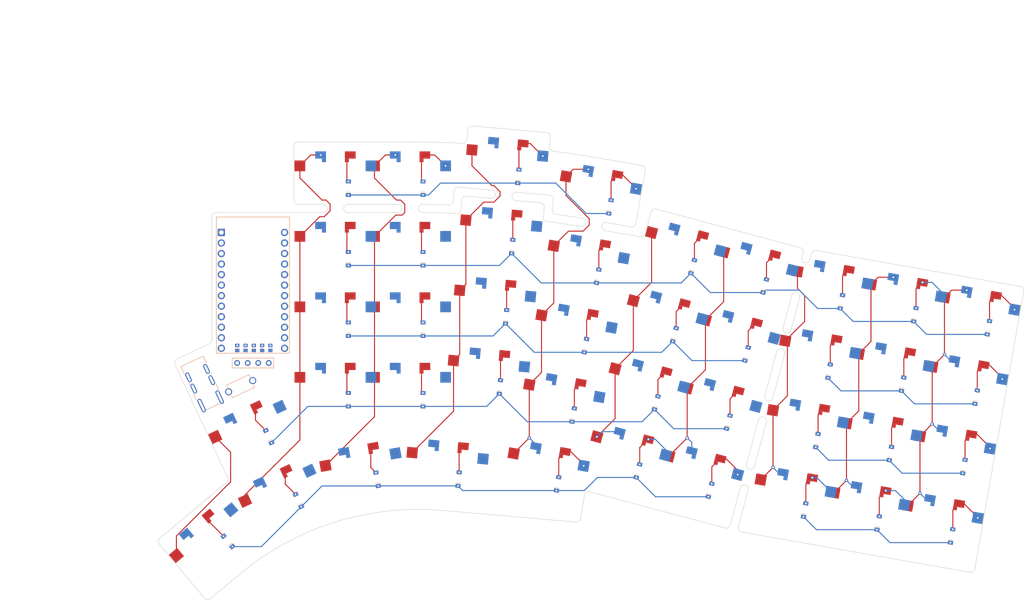
<source format=kicad_pcb>
(kicad_pcb (version 20221018) (generator pcbnew)
  (layers (0 "F.Cu" signal) (31 "B.Cu" signal) (34 "B.Paste" user) (35 "F.Paste" user) (36 "B.SilkS" user "B.Silkscreen") (37 "F.SilkS" user "F.Silkscreen") (38 "B.Mask" user) (39 "F.Mask" user) (44 "Edge.Cuts" user))
  (net 0 "")
  (net 1 "row0")
  (net 2 "row2")
  (net 3 "row3")
  (net 4 "row4")
  (net 5 "DATA")
  (net 6 "GND")
  (net 7 "Net-(J1-Pad3)")
  (net 8 "Net-(J1-Pad4)")
  (net 9 "VCC")
  (net 10 "SCL")
  (net 11 "SDA")
  (net 12 "col1")
  (net 13 "col2")
  (net 14 "col3")
  (net 15 "col4")
  (net 16 "col5")
  (net 17 "col6")
  (net 18 "col7")
  (net 19 "col8")
  (net 20 "col0")
  (net 21 "RESET")
  (net 24 "Net-(SW01-Pad3)")
  (net 25 "Net-(SW02-Pad3)")
  (net 26 "Net-(SW03-Pad3)")
  (net 27 "Net-(SW04-Pad3)")
  (net 28 "Net-(SW11-Pad3)")
  (net 29 "Net-(SW12-Pad3)")
  (net 30 "Net-(SW13-Pad3)")
  (net 31 "Net-(SW14-Pad3)")
  (net 32 "Net-(SW15-Pad3)")
  (net 33 "Net-(SW16-Pad3)")
  (net 34 "Net-(SW17-Pad3)")
  (net 35 "Net-(SW18-Pad3)")
  (net 36 "Net-(SW19-Pad3)")
  (net 37 "Net-(SW21-Pad3)")
  (net 38 "Net-(SW22-Pad3)")
  (net 39 "Net-(SW23-Pad3)")
  (net 40 "Net-(SW24-Pad3)")
  (net 41 "Net-(SW25-Pad3)")
  (net 42 "Net-(SW26-Pad3)")
  (net 43 "Net-(SW27-Pad3)")
  (net 44 "Net-(SW28-Pad3)")
  (net 45 "Net-(SW29-Pad3)")
  (net 46 "Net-(SW30-Pad3)")
  (net 47 "Net-(SW31-Pad3)")
  (net 48 "Net-(SW32-Pad3)")
  (net 49 "Net-(SW33-Pad3)")
  (net 50 "Net-(SW34-Pad3)")
  (net 51 "Net-(SW35-Pad3)")
  (net 52 "Net-(SW36-Pad3)")
  (net 53 "Net-(SW37-Pad3)")
  (net 54 "Net-(SW38-Pad3)")
  (net 55 "Net-(SW39-Pad3)")
  (net 56 "Net-(SW40-Pad3)")
  (net 57 "Net-(SW41-Pad3)")
  (net 58 "Net-(SW42-Pad3)")
  (net 59 "Net-(SW43-Pad3)")
  (net 60 "Net-(SW44-Pad3)")
  (net 61 "Net-(SW45-Pad3)")
  (net 62 "Net-(SW46-Pad3)")
  (net 63 "Net-(SW47-Pad3)")
  (net 64 "Net-(SW48-Pad3)")
  (net 65 "Net-(SW49-Pad3)")
  (net 66 "row1")
  (net 67 "Net-(J2-Pad1)")
  (net 68 "Net-(J2-Pad2)")
  (net 69 "Net-(J2-Pad3)")
  (net 70 "Net-(J2-Pad4)")
  (footprint "myles-keyboard:Key" (layer "F.Cu") (at 158.952725 77.092076 -15)
    (fp_text reference "SW25")
    (fp_text value "Key" hide)
  )
  (footprint "myles-keyboard:Key" (layer "F.Cu") (at 207.890351 122.733643 -10)
    (fp_text reference "SW48")
    (fp_text value "Key" hide)
  )
  (footprint "myles-keyboard:Jumper" (layer "F.Cu") (at 60.1 82.67 -90)
    (fp_text reference "JP3")
    (fp_text value "~" hide)
  )
  (footprint "myles-keyboard:Key" (layer "F.Cu") (at 60.145785 103.89932 25)
    (fp_text reference "SW30")
    (fp_text value "Key" hide)
  )
  (footprint "myles-keyboard:Key" (layer "F.Cu") (at 97.78 76.5)
    (fp_text reference "SW22")
    (fp_text value "Key" hide)
  )
  (footprint "myles-keyboard:Key" (layer "F.Cu") (at 228.568909 109.117579 -10)
    (fp_text reference "SW39")
    (fp_text value "Key" hide)
  )
  (footprint "myles-keyboard:Key" (layer "F.Cu") (at 199.019868 69.382781 -10)
    (fp_text reference "SW17")
    (fp_text value "Key" hide)
  )
  (footprint "myles-keyboard:OLED" (layer "F.Cu") (at 59.89 86.29)
    (fp_text reference "J2")
    (fp_text value "OLED" hide)
  )
  (footprint "myles-keyboard:RightPlate" (layer "F.Cu") (at 0 0)
    (fp_text reference "H1")
    (fp_text value "~")
  )
  (footprint "myles-keyboard:Key" (layer "F.Cu") (at 210.84237 105.991911 -10)
    (fp_text reference "SW38")
    (fp_text value "Key" hide)
  )
  (footprint "myles-keyboard:Key" (layer "F.Cu") (at 176.33939 81.750818 -15)
    (fp_text reference "SW26")
    (fp_text value "Key" hide)
  )
  (footprint "myles-keyboard:Key" (layer "F.Cu") (at 97.78 93.5)
    (fp_text reference "SW32")
    (fp_text value "Key" hide)
  )
  (footprint "myles-keyboard:PJ-320A" (layer "F.Cu") (at 47.31517 90.462882 -65)
    (fp_text reference "J1")
    (fp_text value "TRRS" hide)
  )
  (footprint "myles-keyboard:Key" (layer "F.Cu") (at 213.794389 89.25018 -10)
    (fp_text reference "SW28")
    (fp_text value "Key" hide)
  )
  (footprint "myles-keyboard:Key" (layer "F.Cu") (at 79.78 93.5)
    (fp_text reference "SW31")
    (fp_text value "Key" hide)
  )
  (footprint "myles-keyboard:Key" (layer "F.Cu") (at 120.931519 39.376522 -5)
    (fp_text reference "SW03")
    (fp_text value "Key" hide)
  )
  (footprint "myles-keyboard:Key" (layer "F.Cu") (at 167.539542 114.592296 -15)
    (fp_text reference "SW46")
    (fp_text value "Key" hide)
  )
  (footprint "myles-keyboard:Key" (layer "F.Cu") (at 50.407686 130.087443 40)
    (fp_text reference "SW40")
    (fp_text value "Key" hide)
  )
  (footprint "myles-keyboard:Key" (layer "F.Cu") (at 116.486576 90.182451 -5)
    (fp_text reference "SW33")
    (fp_text value "Key" hide)
  )
  (footprint "myles-keyboard:Jumper" (layer "F.Cu") (at 62.1 82.67 -90)
    (fp_text reference "JP4")
    (fp_text value "~" hide)
  )
  (footprint "myles-keyboard:Key" (layer "F.Cu") (at 79.78 76.5)
    (fp_text reference "SW21")
    (fp_text value "Key" hide)
  )
  (footprint "myles-keyboard:Key" (layer "F.Cu") (at 130.564865 113.295813 -10)
    (fp_text reference "SW44")
    (fp_text value "Key" hide)
  )
  (footprint "myles-keyboard:Key" (layer "F.Cu") (at 106.512436 112.397684 -5)
    (fp_text reference "SW43")
    (fp_text value "Key" hide)
  )
  (footprint "myles-keyboard:Key" (layer "F.Cu") (at 190.163811 119.607976 -10)
    (fp_text reference "SW47")
    (fp_text value "Key" hide)
  )
  (footprint "myles-keyboard:Key" (layer "F.Cu") (at 143.188928 46.472766 -10)
    (fp_text reference "SW04")
    (fp_text value "Key" hide)
  )
  (footprint "myles-keyboard:Key" (layer "F.Cu") (at 180.739314 65.330079 -15)
    (fp_text reference "SW16")
    (fp_text value "Key" hide)
  )
  (footprint "myles-keyboard:Jumper" (layer "F.Cu") (at 56.1 82.67 -90)
    (fp_text reference "JP1")
    (fp_text value "~" hide)
  )
  (footprint "myles-keyboard:Jumper" (layer "F.Cu") (at 64.1 82.67 -90)
    (fp_text reference "JP5")
    (fp_text value "~" hide)
  )
  (footprint "myles-keyboard:Key" (layer "F.Cu") (at 86.466581 113.272904 10)
    (fp_text reference "SW42")
    (fp_text value "Key" hide)
  )
  (footprint "myles-keyboard:Key" (layer "F.Cu") (at 225.61689 125.85931 -10)
    (fp_text reference "SW49")
    (fp_text value "Key" hide)
  )
  (footprint "myles-keyboard:Key" (layer "F.Cu") (at 216.746408 72.508448 -10)
    (fp_text reference "SW18")
    (fp_text value "Key" hide)
  )
  (footprint "myles-keyboard:Key" (layer "F.Cu") (at 193.11583 102.866244 -10)
    (fp_text reference "SW37")
    (fp_text value "Key" hide)
  )
  (footprint "myles-keyboard:Key" (layer "F.Cu") (at 79.78 42.5)
    (fp_text reference "SW01")
    (fp_text value "Key" hide)
  )
  (footprint "myles-keyboard:Key" (layer "F.Cu") (at 171.939466 98.171557 -15)
    (fp_text reference "SW36")
    (fp_text value "Key" hide)
  )
  (footprint "myles-keyboard:Key" (layer "F.Cu") (at 79.78 59.5)
    (fp_text reference "SW11")
    (fp_text value "Key" hide)
  )
  (footprint "myles-keyboard:Key" (layer "F.Cu") (at 117.968224 73.247142 -5)
    (fp_text reference "SW23")
    (fp_text value "Key" hide)
  )
  (footprint "myles-keyboard:Key" (layer "F.Cu") (at 134.332871 96.697962 -10)
    (fp_text reference "SW34")
    (fp_text value "Key" hide)
  )
  (footprint "myles-keyboard:PTS636" (layer "F.Cu") (at 56.917276 91.888419 25)
    (fp_text reference "SW_RST1" hide)
    (fp_text value "SW_Push" hide)
  )
  (footprint "myles-keyboard:Key" (layer "F.Cu") (at 150.152878 109.933554 -15)
    (fp_text reference "SW45")
    (fp_text value "Key" hide)
  )
  (footprint "myles-keyboard:ProMicro" (layer "F.Cu") (at 59.89 68.78 -90)
    (fp_text reference "U1")
    (fp_text value "ProMicro" hide)
  )
  (footprint "myles-keyboard:Key" (layer "F.Cu") (at 231.520928 92.375847 -10)
    (fp_text reference "SW29")
    (fp_text value "Key" hide)
  )
  (footprint "myles-keyboard:Key" (layer "F.Cu") (at 97.78 42.5)
    (fp_text reference "SW02")
    (fp_text value "Key" hide)
  )
  (footprint "myles-keyboard:Key" (layer "F.Cu") (at 154.552801 93.512815 -15)
    (fp_text reference "SW35")
    (fp_text value "Key" hide)
  )
  (footprint "myles-keyboard:Key" (layer "F.Cu") (at 119.449871 56.311832 -5)
    (fp_text reference "SW13")
    (fp_text value "Key" hide)
  )
  (footprint "myles-keyboard:Key" (layer "F.Cu") (at 137.28489 79.95623 -10)
    (fp_text reference "SW24")
    (fp_text value "Key" hide)
  )
  (footprint "myles-keyboard:Key" (layer "F.Cu") (at 163.352649 60.671336 -15)
    (fp_text reference "SW15")
    (fp_text value "Key" hide)
  )
  (footprint "myles-keyboard:Key" (layer "F.Cu") (at 196.067849 86.124512 -10)
    (fp_text reference "SW27")
    (fp_text value "Key" hide)
  )
  (footprint "myles-keyboard:Key" (layer "F.Cu") (at 97.78 59.5)
    (fp_text reference "SW12")
    (fp_text value "Key" hide)
  )
  (footprint "myles-keyboard:Key" (layer "F.Cu") (at 67.330295 119.306552 25)
    (fp_text reference "SW41")
    (fp_text value "Key" hide)
  )
  (footprint "myles-keyboard:Key" (layer "F.Cu") (at 234.472947 75.634115 -10)
    (fp_text reference "SW19")
    (fp_text value "Key" hide)
  )
  (footprint "myles-keyboard:Key" (layer "F.Cu") (at 140.236909 63.214498 -10)
    (fp_text reference "SW14")
    (fp_text value "Key" hide)
  )
  (footprint "myles-keyboard:Jumper" (layer "F.Cu") (at 58.1 82.67 -90)
    (fp_text reference "JP2")
    (fp_text value "~" hide)
  )
  (gr_line (start 50 51) (end 50 80.739872) (stroke (width 0.12)) (layer "Edge.Cuts"))
  (gr_line (start 186.192763 83.614564) (end 183.345753 94.239748) (stroke (width 0.12)) (layer "Edge.Cuts"))
  (gr_line (start 76.78 48) (end 70.78 48) (stroke (width 0.12)) (layer "Edge.Cuts"))
  (gr_line (start 123.440746 45.11706) (end 131.410304 45.814306) (stroke (width 0.12)) (layer "Edge.Cuts"))
  (gr_line (start 130.152642 48.715734) (end 129.945938 51.07837) (stroke (width 0.12)) (layer "Edge.Cuts"))
  (gr_line (start 232.830502 136.777818) (end 179.650884 127.400816) (stroke (width 0.12)) (layer "Edge.Cuts"))
  (gr_arc (start 53.772946 113.894741) (mid 53.842935 114.533799) (end 53.509427 115.083404) (stroke (width 0.12)) (layer "Edge.Cuts"))
  (gr_arc (start 100.768166 50.017579) (mid 104.875885 50.099138) (end 108.981748 50.247128) (stroke (width 0.12)) (layer "Edge.Cuts"))
  (gr_arc (start 185.277605 94.757387) (mid 184.052854 95.464517) (end 183.345753 94.239748) (stroke (width 0.12)) (layer "Edge.Cuts"))
  (gr_arc (start 194.62096 59.887508) (mid 195.049586 59.302936) (end 195.760534 59.161519) (stroke (width 0.12)) (layer "Edge.Cuts"))
  (gr_line (start 117.463578 44.594125) (end 109.494021 43.896879) (stroke (width 0.12)) (layer "Edge.Cuts"))
  (gr_arc (start 69.78 34) (mid 70.072893 33.292893) (end 70.78 33) (stroke (width 0.12)) (layer "Edge.Cuts"))
  (gr_arc (start 131.410304 45.814306) (mid 132.089192 46.167713) (end 132.319342 46.897656) (stroke (width 0.12)) (layer "Edge.Cuts"))
  (gr_arc (start 139.264846 51.383681) (mid 140.089577 52.532513) (end 138.940745 53.357246) (stroke (width 0.12)) (layer "Edge.Cuts"))
  (gr_arc (start 132.963412 50.429249) (mid 132.318785 50.061938) (end 132.104654 49.351579) (stroke (width 0.12)) (layer "Edge.Cuts"))
  (gr_arc (start 117.463578 44.594125) (mid 118.372618 45.677475) (end 117.289267 46.586515) (stroke (width 0.12)) (layer "Edge.Cuts"))
  (gr_line (start 174.998839 125.390856) (end 177.392915 116.456042) (stroke (width 0.12)) (layer "Edge.Cuts"))
  (gr_arc (start 194.206862 61.432946) (mid 192.982116 62.140052) (end 192.27501 60.915306) (stroke (width 0.12)) (layer "Edge.Cuts"))
  (gr_arc (start 82.78 50) (mid 81.78 49) (end 82.78 48) (stroke (width 0.12)) (layer "Edge.Cuts"))
  (gr_line (start 194.206862 61.432946) (end 194.62096 59.887508) (stroke (width 0.12)) (layer "Edge.Cuts"))
  (gr_arc (start 244.985875 67.841276) (mid 245.631378 68.252507) (end 245.797034 68.999731) (stroke (width 0.12)) (layer "Edge.Cuts"))
  (gr_line (start 245.797034 68.999731) (end 233.988958 135.966658) (stroke (width 0.12)) (layer "Edge.Cuts"))
  (gr_arc (start 108.195979 47.259845) (mid 107.861747 47.922225) (end 107.163132 48.172016) (stroke (width 0.12)) (layer "Edge.Cuts"))
  (gr_line (start 185.277605 94.757387) (end 188.124616 84.132194) (stroke (width 0.12)) (layer "Edge.Cuts"))
  (gr_line (start 82.78 48) (end 94.78 48) (stroke (width 0.12)) (layer "Edge.Cuts"))
  (gr_arc (start 189.816228 70.091607) (mid 191.040972 69.384496) (end 191.748081 70.609241) (stroke (width 0.12)) (layer "Edge.Cuts"))
  (gr_arc (start 132.963412 50.42925) (mid 136.117099 50.886855) (end 139.264846 51.383682) (stroke (width 0.12)) (layer "Edge.Cuts"))
  (gr_arc (start 130.812085 52.157034) (mid 130.162399 51.791638) (end 129.945938 51.07837) (stroke (width 0.12)) (layer "Edge.Cuts"))
  (gr_arc (start 94.78 48) (mid 95.78 49) (end 94.78 50) (stroke (width 0.12)) (layer "Edge.Cuts"))
  (gr_line (start 139.865383 118.137658) (end 138.858573 123.847561) (stroke (width 0.12)) (layer "Edge.Cuts"))
  (gr_arc (start 50 51) (mid 50.292893 50.292893) (end 51 50) (stroke (width 0.12)) (layer "Edge.Cuts"))
  (gr_line (start 94.78 50) (end 82.78 50) (stroke (width 0.12)) (layer "Edge.Cuts"))
  (gr_arc (start 132.297714 35.207282) (mid 138.579326 36.088798) (end 144.838586 37.117094) (stroke (width 0.12)) (layer "Edge.Cuts"))
  (gr_arc (start 138.858573 123.847561) (mid 138.482527 124.467266) (end 137.78661 124.670107) (stroke (width 0.12)) (layer "Edge.Cuts"))
  (gr_line (start 153.339152 55.878224) (end 144.84099 54.379769) (stroke (width 0.12)) (layer "Edge.Cuts"))
  (gr_line (start 173.774094 126.097963) (end 141.10901 117.34538) (stroke (width 0.12)) (layer "Edge.Cuts"))
  (gr_arc (start 110.022044 49.335256) (mid 109.685014 50.000099) (end 108.981748 50.247126) (stroke (width 0.12)) (layer "Edge.Cuts"))
  (gr_line (start 51 50) (end 76.78 50) (stroke (width 0.12)) (layer "Edge.Cuts"))
  (gr_arc (start 153.701856 38.679926) (mid 154.34736 39.091158) (end 154.513015 39.838382) (stroke (width 0.12)) (layer "Edge.Cuts"))
  (gr_arc (start 100.791695 48.017716) (mid 103.977894 48.075038) (end 107.163132 48.172017) (stroke (width 0.12)) (layer "Edge.Cuts"))
  (gr_arc (start 233.988958 135.966658) (mid 233.577727 136.612162) (end 232.830502 136.777817) (stroke (width 0.12)) (layer "Edge.Cuts"))
  (gr_line (start 176.961168 125.794759) (end 179.324767 116.97368) (stroke (width 0.12)) (layer "Edge.Cuts"))
  (gr_arc (start 111.504986 32.385154) (mid 111.16694 33.050886) (end 110.461994 33.296902) (stroke (width 0.12)) (layer "Edge.Cuts"))
  (gr_arc (start 123.266435 47.109449) (mid 122.357397 46.026099) (end 123.440746 45.117061) (stroke (width 0.12)) (layer "Edge.Cuts"))
  (gr_arc (start 189.677529 78.336648) (mid 188.452784 79.043755) (end 187.745677 77.819009) (stroke (width 0.12)) (layer "Edge.Cuts"))
  (gr_arc (start 179.650884 127.400815) (mid 178.686906 127.223771) (end 177.72554 127.033053) (stroke (width 0.12)) (layer "Edge.Cuts"))
  (gr_line (start 137.78661 124.670108) (end 105.684457 121.861533) (stroke (width 0.12)) (layer "Edge.Cuts"))
  (gr_arc (start 110.228748 46.972619) (mid 110.582155 46.29373) (end 111.312099 46.06358) (stroke (width 0.12)) (layer "Edge.Cuts"))
  (gr_line (start 97.78 33) (end 70.78 33) (stroke (width 0.12)) (layer "Edge.Cuts"))
  (gr_line (start 191.891427 58.483155) (end 157.118097 49.16567) (stroke (width 0.12)) (layer "Edge.Cuts"))
  (gr_arc (start 174.998839 125.390856) (mid 174.532913 125.998062) (end 173.774094 126.097963) (stroke (width 0.12)) (layer "Edge.Cuts"))
  (gr_line (start 129.243603 47.632384) (end 123.266435 47.109449) (stroke (width 0.12)) (layer "Edge.Cuts"))
  (gr_line (start 152.255589 52.640883) (end 154.513015 39.838382) (stroke (width 0.12)) (layer "Edge.Cuts"))
  (gr_line (start 110.228748 46.972619) (end 110.022044 49.335256) (stroke (width 0.12)) (layer "Edge.Cuts"))
  (gr_arc (start 130.725251 30.697074) (mid 131.40414 31.050481) (end 131.63429 31.780424) (stroke (width 0.12)) (layer "Edge.Cuts"))
  (gr_line (start 37.406804 128.59511) (end 53.509427 115.083404) (stroke (width 0.12)) (layer "Edge.Cuts"))
  (gr_arc (start 50 80.739872) (mid 49.843391 81.277172) (end 49.422618 81.64618) (stroke (width 0.12)) (layer "Edge.Cuts"))
  (gr_line (start 244.985875 67.841275) (end 195.760534 59.161519) (stroke (width 0.12)) (layer "Edge.Cuts"))
  (gr_arc (start 177.392915 116.456042) (mid 178.61766 115.748935) (end 179.324767 116.97368) (stroke (width 0.12)) (layer "Edge.Cuts"))
  (gr_line (start 108.195979 47.259845) (end 108.41067 44.805918) (stroke (width 0.12)) (layer "Edge.Cuts"))
  (gr_line (start 180.877681 111.178126) (end 183.724691 100.552942) (stroke (width 0.12)) (layer "Edge.Cuts"))
  (gr_arc (start 70.78 48) (mid 70.072893 47.707107) (end 69.78 47) (stroke (width 0.12)) (layer "Edge.Cuts"))
  (gr_line (start 111.710396 30.037309) (end 111.504986 32.385154) (stroke (width 0.12)) (layer "Edge.Cuts"))
  (gr_line (start 49.619768 143.149954) (end 56.514168 137.364866) (stroke (width 0.12)) (layer "Edge.Cuts"))
  (gr_arc (start 76.78 48) (mid 77.78 49) (end 76.78 50) (stroke (width 0.12)) (layer "Edge.Cuts"))
  (gr_arc (start 181.792839 100.035303) (mid 183.017584 99.328196) (end 183.724691 100.552942) (stroke (width 0.12)) (layer "Edge.Cuts"))
  (gr_arc (start 152.255589 52.640883) (mid 151.844358 53.286387) (end 151.097133 53.452043) (stroke (width 0.12)) (layer "Edge.Cuts"))
  (gr_line (start 145.188286 52.410154) (end 151.097133 53.452043) (stroke (width 0.12)) (layer "Edge.Cuts"))
  (gr_line (start 155.893352 49.872776) (end 154.478726 55.152236) (stroke (width 0.12)) (layer "Edge.Cuts"))
  (gr_line (start 132.104654 49.351579) (end 132.319342 46.897656) (stroke (width 0.12)) (layer "Edge.Cuts"))
  (gr_line (start 41.550341 85.317083) (end 49.422618 81.64618) (stroke (width 0.12)) (layer "Edge.Cuts"))
  (gr_arc (start 177.72554 127.033053) (mid 177.076155 126.578842) (end 176.961168 125.794759) (stroke (width 0.12)) (layer "Edge.Cuts"))
  (gr_arc (start 180.877681 111.178126) (mid 179.652936 111.885233) (end 178.945829 110.660487) (stroke (width 0.12)) (layer "Edge.Cuts"))
  (gr_arc (start 97.78 33) (mid 104.122734 33.074236) (end 110.461994 33.296903) (stroke (width 0.12)) (layer "Edge.Cuts"))
  (gr_arc (start 144.84099 54.379768) (mid 144.029831 53.221313) (end 145.188286 52.410154) (stroke (width 0.12)) (layer "Edge.Cuts"))
  (gr_line (start 187.745677 77.819009) (end 189.816228 70.091607) (stroke (width 0.12)) (layer "Edge.Cuts"))
  (gr_arc (start 129.243603 47.632384) (mid 129.922491 47.985791) (end 130.152641 48.715734) (stroke (width 0.12)) (layer "Edge.Cuts"))
  (gr_line (start 153.701856 38.679926) (end 144.838586 37.117093) (stroke (width 0.12)) (layer "Edge.Cuts"))
  (gr_line (start 112.793746 29.12827) (end 130.725251 30.697074) (stroke (width 0.12)) (layer "Edge.Cuts"))
  (gr_arc (start 130.812085 52.157035) (mid 134.881269 52.724269) (end 138.940745 53.357247) (stroke (width 0.12)) (layer "Edge.Cuts"))
  (gr_line (start 192.598534 59.7079) (end 192.27501 60.915306) (stroke (width 0.12)) (layer "Edge.Cuts"))
  (gr_line (start 48.210936 143.026697) (end 37.283547 130.003942) (stroke (width 0.12)) (layer "Edge.Cuts"))
  (gr_line (start 111.312099 46.06358) (end 117.289267 46.586515) (stroke (width 0.12)) (layer "Edge.Cuts"))
  (gr_arc (start 111.710396 30.037309) (mid 112.063803 29.35842) (end 112.793746 29.12827) (stroke (width 0.12)) (layer "Edge.Cuts"))
  (gr_line (start 131.63429 31.780424) (end 131.42888 34.128269) (stroke (width 0.12)) (layer "Edge.Cuts"))
  (gr_arc (start 132.297714 35.20728) (mid 131.646191 34.842591) (end 131.428881 34.128269) (stroke (width 0.12)) (layer "Edge.Cuts"))
  (gr_arc (start 139.865383 118.137658) (mid 140.312891 117.467914) (end 141.10901 117.34538) (stroke (width 0.12)) (layer "Edge.Cuts"))
  (gr_arc (start 41.066652 86.646009) (mid 41.033267 85.881371) (end 41.550341 85.317083) (stroke (width 0.12)) (layer "Edge.Cuts"))
  (gr_line (start 69.78 34) (end 69.78 47) (stroke (width 0.12)) (layer "Edge.Cuts"))
  (gr_arc (start 186.192763 83.614564) (mid 187.417503 82.907457) (end 188.124615 84.132194) (stroke (width 0.12)) (layer "Edge.Cuts"))
  (gr_arc (start 49.619768 143.149954) (mid 48.889825 143.380104) (end 48.210937 143.026696) (stroke (width 0.12)) (layer "Edge.Cuts"))
  (gr_arc (start 100.768166 50.017578) (mid 99.78 49.005882) (end 100.791695 48.017716) (stroke (width 0.12)) (layer "Edge.Cuts"))
  (gr_arc (start 191.891427 58.483155) (mid 192.498633 58.949081) (end 192.598534 59.7079) (stroke (width 0.12)) (layer "Edge.Cuts"))
  (gr_arc (start 108.41067 44.805918) (mid 108.764077 44.127029) (end 109.494021 43.896879) (stroke (width 0.12)) (layer "Edge.Cuts"))
  (gr_line (start 181.792839 100.035303) (end 178.945829 110.660487) (stroke (width 0.12)) (layer "Edge.Cuts"))
  (gr_line (start 191.748081 70.609241) (end 189.677529 78.336648) (stroke (width 0.12)) (layer "Edge.Cuts"))
  (gr_arc (start 155.893352 49.872776) (mid 156.359278 49.26557) (end 157.118097 49.16567) (stroke (width 0.12)) (layer "Edge.Cuts"))
  (gr_arc (start 154.478726 55.152236) (mid 154.0501 55.736808) (end 153.339152 55.878225) (stroke (width 0.12)) (layer "Edge.Cuts"))
  (gr_line (start 53.772947 113.894741) (end 41.066652 86.646009) (stroke (width 0.12)) (layer "Edge.Cuts"))
  (gr_arc (start 56.514168 137.364866) (mid 79.55741 124.72291) (end 105.684457 121.861534) (stroke (width 0.12)) (layer "Edge.Cuts"))
  (gr_arc (start 37.283548 130.003941) (mid 37.053398 129.273999) (end 37.406804 128.59511) (stroke (width 0.12)) (layer "Edge.Cuts"))
  (segment (start 140.263136 50.235738) (end 132.933838 42.90644) (width 0.25) (layer "B.Cu") (net 1))
  (segment (start 100.905 45.77) (end 102.237386 45.77) (width 0.25) (layer "B.Cu") (net 1))
  (segment (start 105.100946 42.90644) (end 123.759628 42.90644) (width 0.25) (layer "B.Cu") (net 1))
  (segment (start 145.698623 50.235738) (end 140.263136 50.235738) (width 0.25) (layer "B.Cu") (net 1))
  (segment (start 102.237386 45.77) (end 105.100946 42.90644) (width 0.25) (layer "B.Cu") (net 1))
  (segment (start 82.905 45.77) (end 100.905 45.77) (width 0.25) (layer "B.Cu") (net 1))
  (segment (start 132.933838 42.90644) (end 123.759628 42.90644) (width 0.25) (layer "B.Cu") (net 1))
  (segment (start 161.124905 81.059463) (end 158.465166 83.719202) (width 0.25) (layer "B.Cu") (net 2))
  (segment (start 219.429751 96.138819) (end 216.304084 93.013152) (width 0.25) (layer "B.Cu") (net 2))
  (segment (start 100.905 79.77) (end 82.905 79.77) (width 0.25) (layer "B.Cu") (net 2))
  (segment (start 234.030623 96.138819) (end 219.429751 96.138819) (width 0.25) (layer "B.Cu") (net 2))
  (segment (start 127.738475 83.719202) (end 120.796333 76.77706) (width 0.25) (layer "B.Cu") (net 2))
  (segment (start 139.794585 83.719202) (end 127.738475 83.719202) (width 0.25) (layer "B.Cu") (net 2))
  (segment (start 165.783647 85.718205) (end 161.124905 81.059463) (width 0.25) (layer "B.Cu") (net 2))
  (segment (start 178.51157 85.718205) (end 165.783647 85.718205) (width 0.25) (layer "B.Cu") (net 2))
  (segment (start 158.465166 83.719202) (end 139.794585 83.719202) (width 0.25) (layer "B.Cu") (net 2))
  (segment (start 201.703212 93.013152) (end 198.577544 89.887484) (width 0.25) (layer "B.Cu") (net 2))
  (segment (start 120.796333 76.77706) (end 117.803393 79.77) (width 0.25) (layer "B.Cu") (net 2))
  (segment (start 216.304084 93.013152) (end 201.703212 93.013152) (width 0.25) (layer "B.Cu") (net 2))
  (segment (start 117.803393 79.77) (end 100.905 79.77) (width 0.25) (layer "B.Cu") (net 2))
  (segment (start 198.751192 109.754883) (end 213.352065 109.754883) (width 0.25) (layer "B.Cu") (net 3))
  (segment (start 136.842566 100.460934) (end 153.744249 100.460934) (width 0.25) (layer "B.Cu") (net 3))
  (segment (start 73.132223 96.77) (end 64.359959 105.542264) (width 0.25) (layer "B.Cu") (net 3))
  (segment (start 216.477733 112.880551) (end 231.078604 112.880551) (width 0.25) (layer "B.Cu") (net 3))
  (segment (start 116.257054 96.77) (end 119.314685 93.712369) (width 0.25) (layer "B.Cu") (net 3))
  (segment (start 82.905 96.77) (end 100.905 96.77) (width 0.25) (layer "B.Cu") (net 3))
  (segment (start 82.905 96.77) (end 73.132223 96.77) (width 0.25) (layer "B.Cu") (net 3))
  (segment (start 100.905 96.77) (end 116.257054 96.77) (width 0.25) (layer "B.Cu") (net 3))
  (segment (start 161.383723 102.138944) (end 174.111646 102.138944) (width 0.25) (layer "B.Cu") (net 3))
  (segment (start 195.625525 106.629216) (end 198.751192 109.754883) (width 0.25) (layer "B.Cu") (net 3))
  (segment (start 153.744249 100.460934) (end 156.724981 97.480202) (width 0.25) (layer "B.Cu") (net 3))
  (segment (start 213.352065 109.754883) (end 216.477733 112.880551) (width 0.25) (layer "B.Cu") (net 3))
  (segment (start 126.06325 100.460934) (end 136.842566 100.460934) (width 0.25) (layer "B.Cu") (net 3))
  (segment (start 156.724981 97.480202) (end 161.383723 102.138944) (width 0.25) (layer "B.Cu") (net 3))
  (segment (start 119.314685 93.712369) (end 126.06325 100.460934) (width 0.25) (layer "B.Cu") (net 3))
  (segment (start 139.833052 117.029727) (end 139.803353 117.058785) (width 0.25) (layer "B.Cu") (net 4))
  (segment (start 110.471728 117.058785) (end 109.340545 115.927602) (width 0.25) (layer "B.Cu") (net 4))
  (segment (start 61.910268 130.583697) (end 54.90349 130.583697) (width 0.25) (layer "B.Cu") (net 4))
  (segment (start 213.525713 129.622282) (end 228.126585 129.622282) (width 0.25) (layer "B.Cu") (net 4))
  (segment (start 71.544469 120.949496) (end 61.910268 130.583697) (width 0.25) (layer "B.Cu") (net 4))
  (segment (start 192.673506 123.370948) (end 195.799173 126.496615) (width 0.25) (layer "B.Cu") (net 4))
  (segment (start 142.978772 113.900941) (end 139.879713 117) (width 0.25) (layer "B.Cu") (net 4))
  (segment (start 76.54339 115.950575) (end 71.544469 120.949496) (width 0.25) (layer "B.Cu") (net 4))
  (segment (start 152.325058 113.900941) (end 142.978772 113.900941) (width 0.25) (layer "B.Cu") (net 4))
  (segment (start 195.799173 126.496615) (end 210.400046 126.496615) (width 0.25) (layer "B.Cu") (net 4))
  (segment (start 90.111935 115.950575) (end 76.54339 115.950575) (width 0.25) (layer "B.Cu") (net 4))
  (segment (start 139.803353 117.058785) (end 133.07456 117.058785) (width 0.25) (layer "B.Cu") (net 4))
  (segment (start 156.9838 118.559683) (end 152.325058 113.900941) (width 0.25) (layer "B.Cu") (net 4))
  (segment (start 169.711722 118.559683) (end 156.9838 118.559683) (width 0.25) (layer "B.Cu") (net 4))
  (segment (start 133.07456 117.058785) (end 110.471728 117.058785) (width 0.25) (layer "B.Cu") (net 4))
  (segment (start 109.340545 115.927602) (end 90.134908 115.927602) (width 0.25) (layer "B.Cu") (net 4))
  (segment (start 139.879713 117) (end 139.833052 117.029727) (width 0.25) (layer "B.Cu") (net 4))
  (segment (start 210.400046 126.496615) (end 213.525713 129.622282) (width 0.25) (layer "B.Cu") (net 4))
  (segment (start 90.134908 115.927602) (end 90.111935 115.950575) (width 0.25) (layer "B.Cu") (net 4))
  (segment (start 71.205 89.75) (end 71.205 104.873087) (width 0.25) (layer "F.Cu") (net 12))
  (segment (start 91.83 36.125) (end 94.205 36.125) (width 0.25) (layer "F.Cu") (net 12))
  (segment (start 89.205 55.75) (end 89.205 72.75) (width 0.25) (layer "F.Cu") (net 12))
  (segment (start 78.5 49.579934) (end 78.5 48) (width 0.25) (layer "F.Cu") (net 12))
  (segment (start 89.205 72.75) (end 89.205 89.75) (width 0.25) (layer "F.Cu") (net 12))
  (segment (start 73.83 36.125) (end 76.205 36.125) (width 0.25) (layer "F.Cu") (net 12))
  (segment (start 71.205 55.75) (end 71.205 72.75) (width 0.25) (layer "F.Cu") (net 12))
  (segment (start 57.973887 118.1042) (end 57.973887 119.531849) (width 0.25) (layer "F.Cu") (net 12))
  (segment (start 89.205 41.705) (end 89.205 38.75) (width 0.25) (layer "F.Cu") (net 12))
  (segment (start 71.205 72.75) (end 71.205 89.75) (width 0.25) (layer "F.Cu") (net 12))
  (segment (start 95.873925 50.626075) (end 96.5 50) (width 0.25) (layer "F.Cu") (net 12))
  (segment (start 76 51) (end 77.079934 51) (width 0.25) (layer "F.Cu") (net 12))
  (segment (start 94.328925 50.626075) (end 95.873925 50.626075) (width 0.25) (layer "F.Cu") (net 12))
  (segment (start 71.25 55.75) (end 76 51) (width 0.25) (layer "F.Cu") (net 12))
  (segment (start 71.205 104.873087) (end 57.973887 118.1042) (width 0.25) (layer "F.Cu") (net 12))
  (segment (start 89.205 38.75) (end 91.83 36.125) (width 0.25) (layer "F.Cu") (net 12))
  (segment (start 77.5 47) (end 76.552614 47) (width 0.25) (layer "F.Cu") (net 12))
  (segment (start 96.5 48) (end 95.5 47) (width 0.25) (layer "F.Cu") (net 12))
  (segment (start 71.205 38.75) (end 73.83 36.125) (width 0.25) (layer "F.Cu") (net 12))
  (segment (start 89.205 55.75) (end 94.328925 50.626075) (width 0.25) (layer "F.Cu") (net 12))
  (segment (start 76.552614 47) (end 71.205 41.652386) (width 0.25) (layer "F.Cu") (net 12))
  (segment (start 95.5 47) (end 94.5 47) (width 0.25) (layer "F.Cu") (net 12))
  (segment (start 94.5 47) (end 89.205 41.705) (width 0.25) (layer "F.Cu") (net 12))
  (segment (start 77.079934 51) (end 78.5 49.579934) (width 0.25) (layer "F.Cu") (net 12))
  (segment (start 71.205 55.75) (end 71.25 55.75) (width 0.25) (layer "F.Cu") (net 12))
  (segment (start 71.205 41.652386) (end 71.205 38.75) (width 0.25) (layer "F.Cu") (net 12))
  (segment (start 89.205 89.75) (end 89.205 99.234582) (width 0.25) (layer "F.Cu") (net 12))
  (segment (start 78.5 48) (end 77.5 47) (width 0.25) (layer "F.Cu") (net 12))
  (segment (start 96.5 50) (end 96.5 48) (width 0.25) (layer "F.Cu") (net 12))
  (segment (start 89.205 99.234582) (end 77.370674 111.068908) (width 0.25) (layer "F.Cu") (net 12))
  (via (at 94.205 36.125) (size 0.8) (drill 0.4) (layers "F.Cu" "B.Cu") (net 12))
  (via (at 76.205 36.125) (size 0.8) (drill 0.4) (layers "F.Cu" "B.Cu") (net 12))
  (segment (start 109.752688 84.217712) (end 108.27104 85.69936) (width 0.25) (layer "F.Cu") (net 13))
  (segment (start 118 47.5) (end 119.5 46) (width 0.25) (layer "F.Cu") (net 13))
  (segment (start 111.234335 51.828741) (end 115.563076 47.5) (width 0.25) (layer "F.Cu") (net 13))
  (segment (start 108.27104 85.69936) (end 108.27104 97.940453) (width 0.25) (layer "F.Cu") (net 13))
  (segment (start 109.752688 68.764051) (end 109.752688 84.217712) (width 0.25) (layer "F.Cu") (net 13))
  (segment (start 111.234335 67.282404) (end 109.752688 68.764051) (width 0.25) (layer "F.Cu") (net 13))
  (segment (start 118 43.5) (end 117.5 43.5) (width 0.25) (layer "F.Cu") (net 13))
  (segment (start 119.5 46) (end 119.5 45) (width 0.25) (layer "F.Cu") (net 13))
  (segment (start 111.234335 51.828741) (end 111.234335 67.282404) (width 0.25) (layer "F.Cu") (net 13))
  (segment (start 119.5 45) (end 118 43.5) (width 0.25) (layer "F.Cu") (net 13))
  (segment (start 112.715983 38.715983) (end 112.715983 34.893431) (width 0.25) (layer "F.Cu") (net 13))
  (segment (start 115.563076 47.5) (end 118 47.5) (width 0.25) (layer "F.Cu") (net 13))
  (segment (start 108.27104 97.940453) (end 98.2969 107.914593) (width 0.25) (layer "F.Cu") (net 13))
  (segment (start 117.5 43.5) (end 112.715983 38.715983) (width 0.25) (layer "F.Cu") (net 13))
  (segment (start 135.975799 54.5) (end 139.5 54.5) (width 0.25) (layer "F.Cu") (net 14))
  (segment (start 126.539325 91.5159) (end 126.539325 104.345745) (width 0.25) (layer "F.Cu") (net 14))
  (segment (start 132.443363 58.032436) (end 132.443363 71.822149) (width 0.25) (layer "F.Cu") (net 14))
  (segment (start 129.491344 74.774168) (end 129.491344 88.563881) (width 0.25) (layer "F.Cu") (net 14))
  (segment (start 141 51.5) (end 135.395382 45.895382) (width 0.25) (layer "F.Cu") (net 14))
  (segment (start 137.112262 39.573824) (end 140.775247 39.573824) (width 0.25) (layer "F.Cu") (net 14))
  (segment (start 126.539325 104.345745) (end 122.771319 108.113751) (width 0.25) (layer "F.Cu") (net 14))
  (segment (start 135.395382 41.290704) (end 137.112262 39.573824) (width 0.25) (layer "F.Cu") (net 14))
  (segment (start 129.491344 88.563881) (end 126.539325 91.5159) (width 0.25) (layer "F.Cu") (net 14))
  (segment (start 132.443363 71.822149) (end 129.491344 74.774168) (width 0.25) (layer "F.Cu") (net 14))
  (segment (start 135.395382 45.895382) (end 135.395382 41.290704) (width 0.25) (layer "F.Cu") (net 14))
  (segment (start 141 53) (end 141 51.5) (width 0.25) (layer "F.Cu") (net 14))
  (segment (start 139.5 54.5) (end 141 53) (width 0.25) (layer "F.Cu") (net 14))
  (segment (start 132.443363 58.032436) (end 135.975799 54.5) (width 0.25) (layer "F.Cu") (net 14))
  (via (at 140.775247 39.573824) (size 0.8) (drill 0.4) (layers "F.Cu" "B.Cu") (net 14))
  (via (at 126.539325 104.345745) (size 0.8) (drill 0.4) (layers "F.Cu" "B.Cu") (net 14))
  (segment (start 128.151184 106.396871) (end 128.151184 105.957604) (width 0.25) (layer "B.Cu") (net 14))
  (segment (start 128.151184 105.957604) (end 126.539325 104.345745) (width 0.25) (layer "B.Cu") (net 14))
  (segment (start 142.840635 104.091959) (end 147.240558 99.692036) (width 0.25) (layer "F.Cu") (net 15))
  (segment (start 151.640482 83.271296) (end 151.640482 71.250481) (width 0.25) (layer "F.Cu") (net 15))
  (segment (start 156.040406 66.850557) (end 156.040406 54.829741) (width 0.25) (layer "F.Cu") (net 15))
  (segment (start 147.240558 99.692036) (end 147.240558 87.67122) (width 0.25) (layer "F.Cu") (net 15))
  (segment (start 151.640482 71.250481) (end 156.040406 66.850557) (width 0.25) (layer "F.Cu") (net 15))
  (segment (start 147.240558 87.67122) (end 151.640482 83.271296) (width 0.25) (layer "F.Cu") (net 15))
  (via (at 142.840635 104.091959) (size 0.8) (drill 0.4) (layers "F.Cu" "B.Cu") (net 15))
  (segment (start 148.349665 102.850499) (end 144.082095 102.850499) (width 0.25) (layer "B.Cu") (net 15))
  (segment (start 144.082095 102.850499) (end 142.840635 104.091959) (width 0.25) (layer "B.Cu") (net 15))
  (segment (start 160.227299 108.750701) (end 164.627223 104.350777) (width 0.25) (layer "F.Cu") (net 16))
  (segment (start 173.427071 71.509299) (end 173.427071 59.488484) (width 0.25) (layer "F.Cu") (net 16))
  (segment (start 169.027147 87.930038) (end 169.027147 75.909223) (width 0.25) (layer "F.Cu") (net 16))
  (segment (start 164.627223 104.350777) (end 164.627223 92.329962) (width 0.25) (layer "F.Cu") (net 16))
  (segment (start 169.027147 75.909223) (end 173.427071 71.509299) (width 0.25) (layer "F.Cu") (net 16))
  (segment (start 164.627223 92.329962) (end 169.027147 87.930038) (width 0.25) (layer "F.Cu") (net 16))
  (via (at 164.627223 104.350777) (size 0.8) (drill 0.4) (layers "F.Cu" "B.Cu") (net 16))
  (segment (start 165.736329 107.509241) (end 165.736329 105.459883) (width 0.25) (layer "B.Cu") (net 16))
  (segment (start 165.736329 105.459883) (end 164.627223 104.350777) (width 0.25) (layer "B.Cu") (net 16))
  (segment (start 188.274303 80.94245) (end 192.951039 76.265714) (width 0.25) (layer "F.Cu") (net 17))
  (segment (start 191.226322 68.277999) (end 191.226322 64.200719) (width 0.25) (layer "F.Cu") (net 17))
  (segment (start 185.322284 97.684182) (end 185.322284 111.473895) (width 0.25) (layer "F.Cu") (net 17))
  (segment (start 185.322284 111.473895) (end 182.370265 114.425914) (width 0.25) (layer "F.Cu") (net 17))
  (segment (start 188.793306 81.461453) (end 188.793306 94.21316) (width 0.25) (layer "F.Cu") (net 17))
  (segment (start 188.793306 94.21316) (end 185.322284 97.684182) (width 0.25) (layer "F.Cu") (net 17))
  (segment (start 192.951039 76.265714) (end 192.951039 70.002716) (width 0.25) (layer "F.Cu") (net 17))
  (segment (start 188.274303 80.94245) (end 188.793306 81.461453) (width 0.25) (layer "F.Cu") (net 17))
  (segment (start 192.951039 70.002716) (end 191.226322 68.277999) (width 0.25) (layer "F.Cu") (net 17))
  (via (at 185.322284 111.473895) (size 0.8) (drill 0.4) (layers "F.Cu" "B.Cu") (net 17))
  (segment (start 186.557423 112.709034) (end 185.322284 111.473895) (width 0.25) (layer "B.Cu") (net 17))
  (segment (start 187.75013 112.709034) (end 186.557423 112.709034) (width 0.25) (layer "B.Cu") (net 17))
  (segment (start 208.952862 81.116099) (end 206.000843 84.068118) (width 0.25) (layer "F.Cu") (net 18))
  (segment (start 203.048824 114.599562) (end 200.096805 117.551581) (width 0.25) (layer "F.Cu") (net 18))
  (segment (start 208.952862 67.326386) (end 210.669742 65.609506) (width 0.25) (layer "F.Cu") (net 18))
  (segment (start 203.048824 100.809849) (end 203.048824 114.599562) (width 0.25) (layer "F.Cu") (net 18))
  (segment (start 206.000843 84.068118) (end 206.000843 97.85783) (width 0.25) (layer "F.Cu") (net 18))
  (segment (start 206.000843 97.85783) (end 203.048824 100.809849) (width 0.25) (layer "F.Cu") (net 18))
  (segment (start 208.952862 67.326386) (end 208.952862 81.116099) (width 0.25) (layer "F.Cu") (net 18))
  (segment (start 210.669742 65.609506) (end 214.332727 65.609506) (width 0.25) (layer "F.Cu") (net 18))
  (via (at 214.332727 65.609506) (size 0.8) (drill 0.4) (layers "F.Cu" "B.Cu") (net 18))
  (via (at 203.048824 114.599562) (size 0.8) (drill 0.4) (layers "F.Cu" "B.Cu") (net 18))
  (segment (start 204.283963 115.834701) (end 203.048824 114.599562) (width 0.25) (layer "B.Cu") (net 18))
  (segment (start 205.47667 115.834701) (end 204.283963 115.834701) (width 0.25) (layer "B.Cu") (net 18))
  (segment (start 223.727382 87.193785) (end 223.727382 100.983498) (width 0.25) (layer "F.Cu") (net 19))
  (segment (start 223.727382 100.983498) (end 220.775363 103.935517) (width 0.25) (layer "F.Cu") (net 19))
  (segment (start 220.775363 117.725229) (end 217.823344 120.677248) (width 0.25) (layer "F.Cu") (net 19))
  (segment (start 226.679401 70.452053) (end 228.396281 68.735173) (width 0.25) (layer "F.Cu") (net 19))
  (segment (start 220.775363 103.935517) (end 220.775363 117.725229) (width 0.25) (layer "F.Cu") (net 19))
  (segment (start 228.396281 68.735173) (end 232.059266 68.735173) (width 0.25) (layer "F.Cu") (net 19))
  (segment (start 226.679401 84.241766) (end 223.727382 87.193785) (width 0.25) (layer "F.Cu") (net 19))
  (segment (start 226.679401 70.452053) (end 226.679401 84.241766) (width 0.25) (layer "F.Cu") (net 19))
  (via (at 232.059266 68.735173) (size 0.8) (drill 0.4) (layers "F.Cu" "B.Cu") (net 19))
  (via (at 220.775363 117.725229) (size 0.8) (drill 0.4) (layers "F.Cu" "B.Cu") (net 19))
  (via (at 223.727382 100.983498) (size 0.8) (drill 0.4) (layers "F.Cu" "B.Cu") (net 19))
  (via (at 226.679401 84.241766) (size 0.8) (drill 0.4) (layers "F.Cu" "B.Cu") (net 19))
  (segment (start 227.91454 85.476905) (end 226.679401 84.241766) (width 0.25) (layer "B.Cu") (net 19))
  (segment (start 223.203209 118.960368) (end 222.010502 118.960368) (width 0.25) (layer "B.Cu") (net 19))
  (segment (start 229.107247 85.476905) (end 227.91454 85.476905) (width 0.25) (layer "B.Cu") (net 19))
  (segment (start 222.010502 118.960368) (end 220.775363 117.725229) (width 0.25) (layer "B.Cu") (net 19))
  (segment (start 224.962521 102.218637) (end 223.727382 100.983498) (width 0.25) (layer "B.Cu") (net 19))
  (segment (start 226.155228 102.218637) (end 224.962521 102.218637) (width 0.25) (layer "B.Cu") (net 19))
  (segment (start 41.428401 128.02973) (end 53.729124 115.729007) (width 0.25) (layer "F.Cu") (net 20))
  (segment (start 54.500897 107.836137) (end 50.789377 104.124617) (width 0.25) (layer "F.Cu") (net 20))
  (segment (start 54.034548 115.460765) (end 54.500897 114.994416) (width 0.25) (layer "F.Cu") (net 20))
  (segment (start 53.729124 115.729007) (end 54.034548 115.460765) (width 0.25) (layer "F.Cu") (net 20))
  (segment (start 54.500897 114.994416) (end 54.500897 107.836137) (width 0.25) (layer "F.Cu") (net 20))
  (segment (start 41.428401 132.72668) (end 41.428401 128.02973) (width 0.25) (layer "F.Cu") (net 20))
  (segment (start 82.5425 42.1375) (end 82.905 42.5) (width 0.25) (layer "F.Cu") (net 24))
  (segment (start 82.5425 37.425) (end 82.5425 42.1375) (width 0.25) (layer "F.Cu") (net 24))
  (segment (start 103.73 36.125) (end 106.355 38.75) (width 0.25) (layer "F.Cu") (net 25))
  (segment (start 101.355 36.125) (end 103.73 36.125) (width 0.25) (layer "F.Cu") (net 25))
  (segment (start 100.5425 42.1375) (end 100.905 42.5) (width 0.25) (layer "F.Cu") (net 25))
  (segment (start 100.5425 37.425) (end 100.5425 42.1375) (width 0.25) (layer "F.Cu") (net 25))
  (via (at 106.355 38.75) (size 0.8) (drill 0.4) (layers "F.Cu" "B.Cu") (net 25))
  (segment (start 124.044627 34.642797) (end 124.125822 34.561602) (width 0.25) (layer "F.Cu") (net 26))
  (segment (start 126.749934 33.337363) (end 129.800723 36.388152) (width 0.25) (layer "F.Cu") (net 26))
  (segment (start 125.048533 33.337363) (end 126.749934 33.337363) (width 0.25) (layer "F.Cu") (net 26))
  (segment (start 124.044627 39.648884) (end 124.044627 34.642797) (width 0.25) (layer "F.Cu") (net 26))
  (via (at 129.800723 36.388152) (size 0.8) (drill 0.4) (layers "F.Cu" "B.Cu") (net 26))
  (segment (start 152.284835 44.159406) (end 152.284835 44.26877) (width 0.25) (layer "F.Cu") (net 27))
  (segment (start 147.816623 40.815409) (end 148.940838 40.815409) (width 0.25) (layer "F.Cu") (net 27))
  (segment (start 146.266452 42.478842) (end 146.266452 47.015417) (width 0.25) (layer "F.Cu") (net 27))
  (segment (start 146.790724 41.95457) (end 146.266452 42.478842) (width 0.25) (layer "F.Cu") (net 27))
  (segment (start 148.940838 40.815409) (end 152.284835 44.159406) (width 0.25) (layer "F.Cu") (net 27))
  (via (at 152.284835 44.26877) (size 0.8) (drill 0.4) (layers "F.Cu" "B.Cu") (net 27))
  (segment (start 82.5425 54.425) (end 82.5425 59.1375) (width 0.25) (layer "F.Cu") (net 28))
  (segment (start 82.5425 59.1375) (end 82.905 59.5) (width 0.25) (layer "F.Cu") (net 28))
  (segment (start 100.5425 54.425) (end 100.5425 59.1375) (width 0.25) (layer "F.Cu") (net 29))
  (segment (start 100.5425 59.1375) (end 100.905 59.5) (width 0.25) (layer "F.Cu") (net 29))
  (segment (start 122.562979 51.578107) (end 122.644174 51.496912) (width 0.25) (layer "F.Cu") (net 30))
  (segment (start 122.562979 56.584194) (end 122.562979 51.578107) (width 0.25) (layer "F.Cu") (net 30))
  (segment (start 143.838705 58.696302) (end 143.314433 59.220574) (width 0.25) (layer "F.Cu") (net 31))
  (segment (start 143.314433 59.220574) (end 143.314433 63.757149) (width 0.25) (layer "F.Cu") (net 31))
  (segment (start 166.371167 57.447609) (end 166.371167 61.480146) (width 0.25) (layer "F.Cu") (net 32))
  (segment (start 167.334526 56.48425) (end 166.371167 57.447609) (width 0.25) (layer "F.Cu") (net 32))
  (segment (start 184.721191 61.142993) (end 183.757832 62.106352) (width 0.25) (layer "F.Cu") (net 33))
  (segment (start 183.757832 62.106352) (end 183.757832 66.138889) (width 0.25) (layer "F.Cu") (net 33))
  (segment (start 202.097392 65.388857) (end 202.097392 69.925432) (width 0.25) (layer "F.Cu") (net 34))
  (segment (start 202.621664 64.864585) (end 202.097392 65.388857) (width 0.25) (layer "F.Cu") (net 34))
  (segment (start 219.823932 68.514524) (end 219.823932 73.051099) (width 0.25) (layer "F.Cu") (net 35))
  (segment (start 220.348204 67.990252) (end 219.823932 68.514524) (width 0.25) (layer "F.Cu") (net 35))
  (via (at 221.374103 66.851091) (size 0.8) (drill 0.4) (layers "F.Cu" "B.Cu") (net 35))
  (segment (start 225.842315 68.984397) (end 223.709009 66.851091) (width 0.25) (layer "B.Cu") (net 35))
  (segment (start 225.842315 70.304452) (end 225.842315 68.984397) (width 0.25) (layer "B.Cu") (net 35))
  (segment (start 223.709009 66.851091) (end 221.374103 66.851091) (width 0.25) (layer "B.Cu") (net 35))
  (segment (start 238.074743 71.115919) (end 237.550471 71.640191) (width 0.25) (layer "F.Cu") (net 36))
  (segment (start 243.568854 73.124916) (end 243.568854 73.430119) (width 0.25) (layer "F.Cu") (net 36))
  (segment (start 239.100642 69.976758) (end 240.420696 69.976758) (width 0.25) (layer "F.Cu") (net 36))
  (segment (start 240.420696 69.976758) (end 243.568854 73.124916) (width 0.25) (layer "F.Cu") (net 36))
  (segment (start 237.550471 71.640191) (end 237.550471 76.176766) (width 0.25) (layer "F.Cu") (net 36))
  (via (at 243.568854 73.430119) (size 0.8) (drill 0.4) (layers "F.Cu" "B.Cu") (net 36))
  (segment (start 82.5425 76.1375) (end 82.905 76.5) (width 0.25) (layer "F.Cu") (net 37))
  (segment (start 82.5425 71.425) (end 82.5425 76.1375) (width 0.25) (layer "F.Cu") (net 37))
  (segment (start 100.5425 71.425) (end 100.5425 76.1375) (width 0.25) (layer "F.Cu") (net 38))
  (segment (start 100.5425 76.1375) (end 100.905 76.5) (width 0.25) (layer "F.Cu") (net 38))
  (segment (start 121.081332 68.513417) (end 121.162527 68.432222) (width 0.25) (layer "F.Cu") (net 39))
  (segment (start 121.081332 73.519504) (end 121.081332 68.513417) (width 0.25) (layer "F.Cu") (net 39))
  (segment (start 140.362414 75.962306) (end 140.362414 80.498881) (width 0.25) (layer "F.Cu") (net 40))
  (segment (start 140.886686 75.438034) (end 140.362414 75.962306) (width 0.25) (layer "F.Cu") (net 40))
  (segment (start 162.934602 72.90499) (end 161.971243 73.868349) (width 0.25) (layer "F.Cu") (net 41))
  (segment (start 161.971243 73.868349) (end 161.971243 77.900886) (width 0.25) (layer "F.Cu") (net 41))
  (segment (start 180.321267 77.563732) (end 179.357908 78.527091) (width 0.25) (layer "F.Cu") (net 42))
  (segment (start 179.357908 78.527091) (end 179.357908 82.559628) (width 0.25) (layer "F.Cu") (net 42))
  (segment (start 199.145373 82.130588) (end 199.145373 86.667163) (width 0.25) (layer "F.Cu") (net 43))
  (segment (start 199.669645 81.606316) (end 199.145373 82.130588) (width 0.25) (layer "F.Cu") (net 43))
  (segment (start 216.871913 85.256256) (end 216.871913 89.792831) (width 0.25) (layer "F.Cu") (net 44))
  (segment (start 217.396185 84.731984) (end 216.871913 85.256256) (width 0.25) (layer "F.Cu") (net 44))
  (segment (start 235.122724 87.857651) (end 234.598452 88.381923) (width 0.25) (layer "F.Cu") (net 45))
  (segment (start 234.598452 88.381923) (end 234.598452 92.918498) (width 0.25) (layer "F.Cu") (net 45))
  (segment (start 236.148623 86.71849) (end 237.468677 86.71849) (width 0.25) (layer "F.Cu") (net 45))
  (segment (start 237.468677 86.71849) (end 240.616835 89.866648) (width 0.25) (layer "F.Cu") (net 45))
  (segment (start 240.616835 89.866648) (end 240.616835 90.171851) (width 0.25) (layer "F.Cu") (net 45))
  (via (at 240.616835 90.171851) (size 0.8) (drill 0.4) (layers "F.Cu" "B.Cu") (net 45))
  (segment (start 62.977997 102.578638) (end 60.504673 100.105314) (width 0.25) (layer "F.Cu") (net 46))
  (segment (start 60.504673 100.105314) (end 60.504673 98.132325) (width 0.25) (layer "F.Cu") (net 46))
  (segment (start 82.5425 93.1375) (end 82.905 93.5) (width 0.25) (layer "F.Cu") (net 47))
  (segment (start 82.5425 88.425) (end 82.5425 93.1375) (width 0.25) (layer "F.Cu") (net 47))
  (segment (start 100.5425 93.1375) (end 100.905 93.5) (width 0.25) (layer "F.Cu") (net 48))
  (segment (start 100.5425 88.425) (end 100.5425 93.1375) (width 0.25) (layer "F.Cu") (net 48))
  (segment (start 119.599684 85.448726) (end 119.680879 85.367531) (width 0.25) (layer "F.Cu") (net 49))
  (segment (start 119.599684 90.454813) (end 119.599684 85.448726) (width 0.25) (layer "F.Cu") (net 49))
  (segment (start 137.934667 92.179766) (end 137.410395 92.704038) (width 0.25) (layer "F.Cu") (net 50))
  (segment (start 137.410395 92.704038) (end 137.410395 97.240613) (width 0.25) (layer "F.Cu") (net 50))
  (segment (start 158.534678 89.325729) (end 157.571319 90.289088) (width 0.25) (layer "F.Cu") (net 51))
  (segment (start 157.571319 90.289088) (end 157.571319 94.321625) (width 0.25) (layer "F.Cu") (net 51))
  (segment (start 174.957984 94.94783) (end 174.957984 98.980367) (width 0.25) (layer "F.Cu") (net 52))
  (segment (start 175.921343 93.984471) (end 174.957984 94.94783) (width 0.25) (layer "F.Cu") (net 52))
  (segment (start 196.717626 98.348048) (end 196.193354 98.87232) (width 0.25) (layer "F.Cu") (net 53))
  (segment (start 196.193354 98.87232) (end 196.193354 103.408895) (width 0.25) (layer "F.Cu") (net 53))
  (segment (start 214.444166 101.473715) (end 213.919894 101.997987) (width 0.25) (layer "F.Cu") (net 54))
  (segment (start 213.919894 101.997987) (end 213.919894 106.534562) (width 0.25) (layer "F.Cu") (net 54))
  (segment (start 232.170705 104.599383) (end 231.646433 105.123655) (width 0.25) (layer "F.Cu") (net 55))
  (segment (start 237.664816 106.60838) (end 237.664816 106.913583) (width 0.25) (layer "F.Cu") (net 55))
  (segment (start 231.646433 105.123655) (end 231.646433 109.66023) (width 0.25) (layer "F.Cu") (net 55))
  (segment (start 233.196604 103.460222) (end 234.516658 103.460222) (width 0.25) (layer "F.Cu") (net 55))
  (segment (start 234.516658 103.460222) (end 237.664816 106.60838) (width 0.25) (layer "F.Cu") (net 55))
  (via (at 237.664816 106.913583) (size 0.8) (drill 0.4) (layers "F.Cu" "B.Cu") (net 55))
  (segment (start 49.261737 124.538894) (end 49.261737 124.424067) (width 0.25) (layer "F.Cu") (net 56))
  (segment (start 52.801575 128.078732) (end 49.261737 124.538894) (width 0.25) (layer "F.Cu") (net 56))
  (segment (start 67.689183 115.512546) (end 70.162507 117.98587) (width 0.25) (layer "F.Cu") (net 57))
  (segment (start 67.689183 113.539557) (end 67.689183 115.512546) (width 0.25) (layer "F.Cu") (net 57))
  (segment (start 88.305848 107.795302) (end 88.305848 111.491996) (width 0.25) (layer "F.Cu") (net 58))
  (segment (start 88.305848 111.491996) (end 89.544105 112.730253) (width 0.25) (layer "F.Cu") (net 58))
  (segment (start 109.625544 107.663959) (end 109.706739 107.582764) (width 0.25) (layer "F.Cu") (net 59))
  (segment (start 109.625544 112.670046) (end 109.625544 107.663959) (width 0.25) (layer "F.Cu") (net 59))
  (segment (start 134.166661 108.777617) (end 133.642389 109.301889) (width 0.25) (layer "F.Cu") (net 60))
  (segment (start 139.660772 110.786614) (end 139.660772 111.091817) (width 0.25) (layer "F.Cu") (net 60))
  (segment (start 133.642389 109.301889) (end 133.642389 113.838464) (width 0.25) (layer "F.Cu") (net 60))
  (segment (start 135.19256 107.638456) (end 136.512614 107.638456) (width 0.25) (layer "F.Cu") (net 60))
  (segment (start 136.512614 107.638456) (end 139.660772 110.786614) (width 0.25) (layer "F.Cu") (net 60))
  (via (at 139.660772 111.091817) (size 0.8) (drill 0.4) (layers "F.Cu" "B.Cu") (net 60))
  (segment (start 153.171396 106.709827) (end 153.171396 110.742364) (width 0.25) (layer "F.Cu") (net 61))
  (segment (start 154.134755 105.746468) (end 153.171396 106.709827) (width 0.25) (layer "F.Cu") (net 61))
  (via (at 155.256034 104.701055) (size 0.8) (drill 0.4) (layers "F.Cu" "B.Cu") (net 61))
  (segment (start 159.406263 107.184846) (end 156.922472 104.701055) (width 0.25) (layer "B.Cu") (net 61))
  (segment (start 159.406263 108.530705) (end 159.406263 107.184846) (width 0.25) (layer "B.Cu") (net 61))
  (segment (start 156.922472 104.701055) (end 155.256034 104.701055) (width 0.25) (layer "B.Cu") (net 61))
  (segment (start 170.55806 111.368569) (end 170.55806 115.401106) (width 0.25) (layer "F.Cu") (net 62))
  (segment (start 173.988557 109.359797) (end 176.792927 112.164167) (width 0.25) (layer "F.Cu") (net 62))
  (segment (start 172.642698 109.359797) (end 173.988557 109.359797) (width 0.25) (layer "F.Cu") (net 62))
  (segment (start 171.521419 110.40521) (end 170.55806 111.368569) (width 0.25) (layer "F.Cu") (net 62))
  (segment (start 176.792927 112.164167) (end 176.792927 113.189447) (width 0.25) (layer "F.Cu") (net 62))
  (via (at 176.792927 113.189447) (size 0.8) (drill 0.4) (layers "F.Cu" "B.Cu") (net 62))
  (segment (start 193.765607 115.08978) (end 193.241335 115.614052) (width 0.25) (layer "F.Cu") (net 63))
  (segment (start 193.241335 115.614052) (end 193.241335 120.150627) (width 0.25) (layer "F.Cu") (net 63))
  (via (at 194.791506 113.950619) (size 0.8) (drill 0.4) (layers "F.Cu" "B.Cu") (net 63))
  (segment (start 199.259718 117.40398) (end 199.259718 117.294616) (width 0.25) (layer "B.Cu") (net 63))
  (segment (start 195.915721 113.950619) (end 194.791506 113.950619) (width 0.25) (layer "B.Cu") (net 63))
  (segment (start 199.259718 117.294616) (end 195.915721 113.950619) (width 0.25) (layer "B.Cu") (net 63))
  (segment (start 210.967875 118.739719) (end 210.967875 123.276294) (width 0.25) (layer "F.Cu") (net 64))
  (segment (start 211.492147 118.215447) (end 210.967875 118.739719) (width 0.25) (layer "F.Cu") (net 64))
  (via (at 212.518046 117.076286) (size 0.8) (drill 0.4) (layers "F.Cu" "B.Cu") (net 64))
  (segment (start 216.986258 120.529647) (end 216.986258 119.209592) (width 0.25) (layer "B.Cu") (net 64))
  (segment (start 216.986258 119.209592) (end 214.852952 117.076286) (width 0.25) (layer "B.Cu") (net 64))
  (segment (start 214.852952 117.076286) (end 212.518046 117.076286) (width 0.25) (layer "B.Cu") (net 64))
  (segment (start 230.244585 120.201953) (end 231.3688 120.201953) (width 0.25) (layer "F.Cu") (net 65))
  (segment (start 231.3688 120.201953) (end 234.712797 123.54595) (width 0.25) (layer "F.Cu") (net 65))
  (segment (start 234.712797 123.54595) (end 234.712797 123.655314) (width 0.25) (layer "F.Cu") (net 65))
  (segment (start 228.694414 121.865386) (end 228.694414 126.401961) (width 0.25) (layer "F.Cu") (net 65))
  (segment (start 229.218686 121.341114) (end 228.694414 121.865386) (width 0.25) (layer "F.Cu") (net 65))
  (via (at 234.712797 123.655314) (size 0.8) (drill 0.4) (layers "F.Cu" "B.Cu") (net 65))
  (segment (start 182.911494 69.297466) (end 170.183572 69.297466) (width 0.25) (layer "B.Cu") (net 66))
  (segment (start 170.183572 69.297466) (end 165.524829 64.638723) (width 0.25) (layer "B.Cu") (net 66))
  (segment (start 165.524829 64.638723) (end 163.186082 66.97747) (width 0.25) (layer "B.Cu") (net 66))
  (segment (start 119.34973 62.77) (end 100.905 62.77) (width 0.25) (layer "B.Cu") (net 66))
  (segment (start 142.746604 66.97747) (end 129.4137 66.97747) (width 0.25) (layer "B.Cu") (net 66))
  (segment (start 163.186082 66.97747) (end 142.746604 66.97747) (width 0.25) (layer "B.Cu") (net 66))
  (segment (start 129.4137 66.97747) (end 122.27798 59.84175) (width 0.25) (layer "B.Cu") (net 66))
  (segment (start 236.982642 79.397087) (end 222.38177 79.397087) (width 0.25) (layer "B.Cu") (net 66))
  (segment (start 196.094076 73.145753) (end 191.663936 68.715613) (width 0.25) (layer "B.Cu") (net 66))
  (segment (start 222.38177 79.397087) (end 219.256103 76.27142) (width 0.25) (layer "B.Cu") (net 66))
  (segment (start 204.65523 76.27142) (end 201.529563 73.145753) (width 0.25) (layer "B.Cu") (net 66))
  (segment (start 183.493347 68.715613) (end 182.911494 69.297466) (width 0.25) (layer "B.Cu") (net 66))
  (segment (start 191.663936 68.715613) (end 183.493347 68.715613) (width 0.25) (layer "B.Cu") (net 66))
  (segment (start 100.905 62.77) (end 82.905 62.77) (width 0.25) (layer "B.Cu") (net 66))
  (segment (start 201.529563 73.145753) (end 196.094076 73.145753) (width 0.25) (layer "B.Cu") (net 66))
  (segment (start 219.256103 76.27142) (end 204.65523 76.27142) (width 0.25) (layer "B.Cu") (net 66))
  (segment (start 122.27798 59.84175) (end 119.34973 62.77) (width 0.25) (layer "B.Cu") (net 66))
)
</source>
